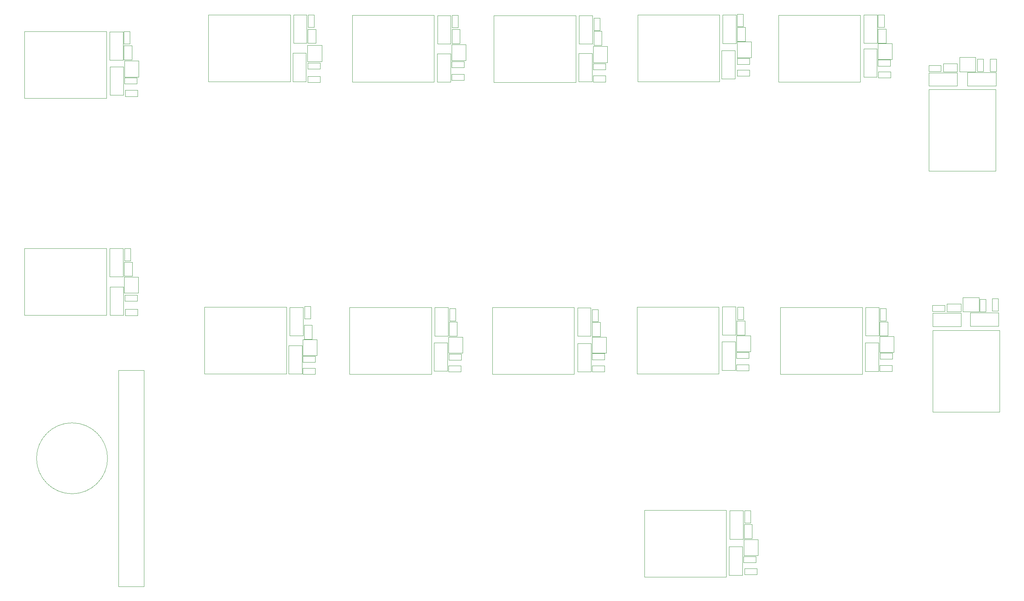
<source format=gbr>
%TF.GenerationSoftware,KiCad,Pcbnew,8.0.5*%
%TF.CreationDate,2025-05-12T12:18:58+05:30*%
%TF.ProjectId,automation,6175746f-6d61-4746-996f-6e2e6b696361,rev?*%
%TF.SameCoordinates,Original*%
%TF.FileFunction,Other,User*%
%FSLAX46Y46*%
G04 Gerber Fmt 4.6, Leading zero omitted, Abs format (unit mm)*
G04 Created by KiCad (PCBNEW 8.0.5) date 2025-05-12 12:18:58*
%MOMM*%
%LPD*%
G01*
G04 APERTURE LIST*
%ADD10C,0.050000*%
G04 APERTURE END LIST*
D10*
%TO.C,R42*%
X395665000Y-227320000D02*
X398625000Y-227320000D01*
X395665000Y-228780000D02*
X395665000Y-227320000D01*
X398625000Y-227320000D02*
X398625000Y-228780000D01*
X398625000Y-228780000D02*
X395665000Y-228780000D01*
%TO.C,BZ1*%
X314000000Y-252300000D02*
G75*
G02*
X297000000Y-252300000I-8500000J0D01*
G01*
X297000000Y-252300000D02*
G75*
G02*
X314000000Y-252300000I8500000J0D01*
G01*
%TO.C,R21*%
X464760000Y-216095000D02*
X466220000Y-216095000D01*
X464760000Y-219055000D02*
X464760000Y-216095000D01*
X466220000Y-216095000D02*
X466220000Y-219055000D01*
X466220000Y-219055000D02*
X464760000Y-219055000D01*
%TO.C,K12*%
X510630000Y-163882500D02*
X526630000Y-163882500D01*
X510630000Y-183482500D02*
X510630000Y-163882500D01*
X526630000Y-163882500D02*
X526630000Y-183482500D01*
X526630000Y-183482500D02*
X510630000Y-183482500D01*
%TO.C,Q7*%
X464720000Y-152462500D02*
X464720000Y-156302500D01*
X464720000Y-156302500D02*
X468120000Y-156302500D01*
X468120000Y-152462500D02*
X464720000Y-152462500D01*
X468120000Y-156302500D02*
X468120000Y-152462500D01*
%TO.C,Q2*%
X361870600Y-153352500D02*
X361870600Y-157192500D01*
X361870600Y-157192500D02*
X365270600Y-157192500D01*
X365270600Y-153352500D02*
X361870600Y-153352500D01*
X365270600Y-157192500D02*
X365270600Y-153352500D01*
%TO.C,D46*%
X498440000Y-149432500D02*
X500340000Y-149432500D01*
X498440000Y-152792500D02*
X498440000Y-149432500D01*
X500340000Y-149432500D02*
X500340000Y-152792500D01*
X500340000Y-152792500D02*
X498440000Y-152792500D01*
%TO.C,D36*%
X426847500Y-146190000D02*
X430047500Y-146190000D01*
X426847500Y-152990000D02*
X426847500Y-146190000D01*
X430047500Y-146190000D02*
X430047500Y-152990000D01*
X430047500Y-152990000D02*
X426847500Y-152990000D01*
%TO.C,K2*%
X338130000Y-146040000D02*
X357730000Y-146040000D01*
X338130000Y-162040000D02*
X338130000Y-146040000D01*
X357730000Y-146040000D02*
X357730000Y-162040000D01*
X357730000Y-162040000D02*
X338130000Y-162040000D01*
%TO.C,R20*%
X396472500Y-146150000D02*
X397932500Y-146150000D01*
X396472500Y-149110000D02*
X396472500Y-146150000D01*
X397932500Y-146150000D02*
X397932500Y-149110000D01*
X397932500Y-149110000D02*
X396472500Y-149110000D01*
%TO.C,D35*%
X498850000Y-219582500D02*
X500750000Y-219582500D01*
X498850000Y-222942500D02*
X498850000Y-219582500D01*
X500750000Y-219582500D02*
X500750000Y-222942500D01*
X500750000Y-222942500D02*
X498850000Y-222942500D01*
%TO.C,D56*%
X510560000Y-159890000D02*
X517360000Y-159890000D01*
X510560000Y-163090000D02*
X510560000Y-159890000D01*
X517360000Y-159890000D02*
X517360000Y-163090000D01*
X517360000Y-163090000D02*
X510560000Y-163090000D01*
%TO.C,K1*%
X406077500Y-216140000D02*
X425677500Y-216140000D01*
X406077500Y-232140000D02*
X406077500Y-216140000D01*
X425677500Y-216140000D02*
X425677500Y-232140000D01*
X425677500Y-232140000D02*
X406077500Y-232140000D01*
%TO.C,D57*%
X519850000Y-159850000D02*
X526650000Y-159850000D01*
X519850000Y-163050000D02*
X519850000Y-159850000D01*
X526650000Y-159850000D02*
X526650000Y-163050000D01*
X526650000Y-163050000D02*
X519850000Y-163050000D01*
%TO.C,C10*%
X318235000Y-216585000D02*
X321195000Y-216585000D01*
X318235000Y-218045000D02*
X318235000Y-216585000D01*
X321195000Y-216585000D02*
X321195000Y-218045000D01*
X321195000Y-218045000D02*
X318235000Y-218045000D01*
%TO.C,D26*%
X358492500Y-146040000D02*
X361692500Y-146040000D01*
X358492500Y-152840000D02*
X358492500Y-146040000D01*
X361692500Y-146040000D02*
X361692500Y-152840000D01*
X361692500Y-152840000D02*
X358492500Y-152840000D01*
%TO.C,D41*%
X461240000Y-146070000D02*
X464440000Y-146070000D01*
X461240000Y-152870000D02*
X461240000Y-146070000D01*
X464440000Y-146070000D02*
X464440000Y-152870000D01*
X464440000Y-152870000D02*
X461240000Y-152870000D01*
%TO.C,Q15*%
X518747500Y-213787500D02*
X518747500Y-217187500D01*
X518747500Y-217187500D02*
X522587500Y-217187500D01*
X522587500Y-213787500D02*
X518747500Y-213787500D01*
X522587500Y-217187500D02*
X522587500Y-213787500D01*
%TO.C,K6*%
X475067500Y-216100000D02*
X494667500Y-216100000D01*
X475067500Y-232100000D02*
X475067500Y-216100000D01*
X494667500Y-216100000D02*
X494667500Y-232100000D01*
X494667500Y-232100000D02*
X475067500Y-232100000D01*
%TO.C,C5*%
X396352500Y-160230000D02*
X399312500Y-160230000D01*
X396352500Y-161690000D02*
X396352500Y-160230000D01*
X399312500Y-160230000D02*
X399312500Y-161690000D01*
X399312500Y-161690000D02*
X396352500Y-161690000D01*
%TO.C,R41*%
X522210000Y-156612500D02*
X523670000Y-156612500D01*
X522210000Y-159572500D02*
X522210000Y-156612500D01*
X523670000Y-156612500D02*
X523670000Y-159572500D01*
X523670000Y-159572500D02*
X522210000Y-159572500D01*
%TO.C,D50*%
X314510000Y-150100000D02*
X317710000Y-150100000D01*
X314510000Y-156900000D02*
X314510000Y-150100000D01*
X317710000Y-150100000D02*
X317710000Y-156900000D01*
X317710000Y-156900000D02*
X314510000Y-156900000D01*
%TO.C,Q5*%
X430250000Y-153602500D02*
X430250000Y-157442500D01*
X430250000Y-157442500D02*
X433650000Y-157442500D01*
X433650000Y-153602500D02*
X430250000Y-153602500D01*
X433650000Y-157442500D02*
X433650000Y-153602500D01*
%TO.C,C3*%
X429970000Y-230100000D02*
X432930000Y-230100000D01*
X429970000Y-231560000D02*
X429970000Y-230100000D01*
X432930000Y-230100000D02*
X432930000Y-231560000D01*
X432930000Y-231560000D02*
X429970000Y-231560000D01*
%TO.C,R30*%
X498870000Y-216425000D02*
X500330000Y-216425000D01*
X498870000Y-219385000D02*
X498870000Y-216425000D01*
X500330000Y-216425000D02*
X500330000Y-219385000D01*
X500330000Y-219385000D02*
X498870000Y-219385000D01*
%TO.C,R15*%
X396372500Y-157230000D02*
X399332500Y-157230000D01*
X396372500Y-158690000D02*
X396372500Y-157230000D01*
X399332500Y-157230000D02*
X399332500Y-158690000D01*
X399332500Y-158690000D02*
X396372500Y-158690000D01*
%TO.C,Q3*%
X396372500Y-153110000D02*
X396372500Y-156950000D01*
X396372500Y-156950000D02*
X399772500Y-156950000D01*
X399772500Y-153110000D02*
X396372500Y-153110000D01*
X399772500Y-156950000D02*
X399772500Y-153110000D01*
%TO.C,D45*%
X314570000Y-211185000D02*
X317770000Y-211185000D01*
X314570000Y-217985000D02*
X314570000Y-211185000D01*
X317770000Y-211185000D02*
X317770000Y-217985000D01*
X317770000Y-217985000D02*
X314570000Y-217985000D01*
%TO.C,D44*%
X314500000Y-201965000D02*
X317700000Y-201965000D01*
X314500000Y-208765000D02*
X314500000Y-201965000D01*
X317700000Y-201965000D02*
X317700000Y-208765000D01*
X317700000Y-208765000D02*
X314500000Y-208765000D01*
%TO.C,K4*%
X440720000Y-216070000D02*
X460320000Y-216070000D01*
X440720000Y-232070000D02*
X440720000Y-216070000D01*
X460320000Y-216070000D02*
X460320000Y-232070000D01*
X460320000Y-232070000D02*
X440720000Y-232070000D01*
%TO.C,D48*%
X494982500Y-154120000D02*
X498182500Y-154120000D01*
X494982500Y-160920000D02*
X494982500Y-154120000D01*
X498182500Y-154120000D02*
X498182500Y-160920000D01*
X498182500Y-160920000D02*
X494982500Y-160920000D01*
%TO.C,Q10*%
X318040000Y-157067500D02*
X318040000Y-160907500D01*
X318040000Y-160907500D02*
X321440000Y-160907500D01*
X321440000Y-157067500D02*
X318040000Y-157067500D01*
X321440000Y-160907500D02*
X321440000Y-157067500D01*
%TO.C,K15*%
X511490000Y-221630000D02*
X527490000Y-221630000D01*
X511490000Y-241230000D02*
X511490000Y-221630000D01*
X527490000Y-221630000D02*
X527490000Y-241230000D01*
X527490000Y-241230000D02*
X511490000Y-241230000D01*
%TO.C,K10*%
X294140000Y-150040000D02*
X313740000Y-150040000D01*
X294140000Y-166040000D02*
X294140000Y-150040000D01*
X313740000Y-150040000D02*
X313740000Y-166040000D01*
X313740000Y-166040000D02*
X294140000Y-166040000D01*
%TO.C,C7*%
X430230000Y-160630000D02*
X433190000Y-160630000D01*
X430230000Y-162090000D02*
X430230000Y-160630000D01*
X433190000Y-160630000D02*
X433190000Y-162090000D01*
X433190000Y-162090000D02*
X430230000Y-162090000D01*
%TO.C,R10*%
X430000000Y-216605000D02*
X431460000Y-216605000D01*
X430000000Y-219565000D02*
X430000000Y-216605000D01*
X431460000Y-216605000D02*
X431460000Y-219565000D01*
X431460000Y-219565000D02*
X430000000Y-219565000D01*
%TO.C,C15*%
X395605000Y-230100000D02*
X398565000Y-230100000D01*
X395605000Y-231560000D02*
X395605000Y-230100000D01*
X398565000Y-230100000D02*
X398565000Y-231560000D01*
X398565000Y-231560000D02*
X395605000Y-231560000D01*
%TO.C,R38*%
X360755000Y-227820000D02*
X363715000Y-227820000D01*
X360755000Y-229280000D02*
X360755000Y-227820000D01*
X363715000Y-227820000D02*
X363715000Y-229280000D01*
X363715000Y-229280000D02*
X360755000Y-229280000D01*
%TO.C,D52*%
X361030000Y-220370000D02*
X362930000Y-220370000D01*
X361030000Y-223730000D02*
X361030000Y-220370000D01*
X362930000Y-220370000D02*
X362930000Y-223730000D01*
X362930000Y-223730000D02*
X361030000Y-223730000D01*
%TO.C,D63*%
X462780000Y-273472500D02*
X465980000Y-273472500D01*
X462780000Y-280272500D02*
X462780000Y-273472500D01*
X465980000Y-273472500D02*
X465980000Y-280272500D01*
X465980000Y-280272500D02*
X462780000Y-280272500D01*
%TO.C,Q13*%
X395640000Y-223222500D02*
X395640000Y-227062500D01*
X395640000Y-227062500D02*
X399040000Y-227062500D01*
X399040000Y-223222500D02*
X395640000Y-223222500D01*
X399040000Y-227062500D02*
X399040000Y-223222500D01*
%TO.C,D38*%
X495427500Y-216120000D02*
X498627500Y-216120000D01*
X495427500Y-222920000D02*
X495427500Y-216120000D01*
X498627500Y-216120000D02*
X498627500Y-222920000D01*
X498627500Y-222920000D02*
X495427500Y-222920000D01*
%TO.C,R43*%
X510550000Y-158120000D02*
X513510000Y-158120000D01*
X510550000Y-159580000D02*
X510550000Y-158120000D01*
X513510000Y-158120000D02*
X513510000Y-159580000D01*
X513510000Y-159580000D02*
X510550000Y-159580000D01*
%TO.C,D40*%
X464740000Y-148992500D02*
X466640000Y-148992500D01*
X464740000Y-152352500D02*
X464740000Y-148992500D01*
X466640000Y-148992500D02*
X466640000Y-152352500D01*
X466640000Y-152352500D02*
X464740000Y-152352500D01*
%TO.C,R35*%
X498435000Y-156820000D02*
X501395000Y-156820000D01*
X498435000Y-158280000D02*
X498435000Y-156820000D01*
X501395000Y-156820000D02*
X501395000Y-158280000D01*
X501395000Y-158280000D02*
X498435000Y-158280000D01*
%TO.C,D61*%
X466360000Y-268130000D02*
X468260000Y-268130000D01*
X466360000Y-271490000D02*
X466360000Y-268130000D01*
X468260000Y-268130000D02*
X468260000Y-271490000D01*
X468260000Y-271490000D02*
X466360000Y-271490000D01*
%TO.C,K13*%
X371947500Y-216140000D02*
X391547500Y-216140000D01*
X371947500Y-232140000D02*
X371947500Y-216140000D01*
X391547500Y-216140000D02*
X391547500Y-232140000D01*
X391547500Y-232140000D02*
X371947500Y-232140000D01*
%TO.C,D24*%
X426487500Y-216190000D02*
X429687500Y-216190000D01*
X426487500Y-222990000D02*
X426487500Y-216190000D01*
X429687500Y-216190000D02*
X429687500Y-222990000D01*
X429687500Y-222990000D02*
X426487500Y-222990000D01*
%TO.C,D33*%
X461080000Y-224390000D02*
X464280000Y-224390000D01*
X461080000Y-231190000D02*
X461080000Y-224390000D01*
X464280000Y-224390000D02*
X464280000Y-231190000D01*
X464280000Y-231190000D02*
X461080000Y-231190000D01*
%TO.C,R40*%
X361160000Y-215925000D02*
X362620000Y-215925000D01*
X361160000Y-218885000D02*
X361160000Y-215925000D01*
X362620000Y-215925000D02*
X362620000Y-218885000D01*
X362620000Y-218885000D02*
X361160000Y-218885000D01*
%TO.C,D27*%
X358330600Y-155200000D02*
X361530600Y-155200000D01*
X358330600Y-162000000D02*
X358330600Y-155200000D01*
X361530600Y-155200000D02*
X361530600Y-162000000D01*
X361530600Y-162000000D02*
X358330600Y-162000000D01*
%TO.C,D60*%
X392147500Y-224610000D02*
X395347500Y-224610000D01*
X392147500Y-231410000D02*
X392147500Y-224610000D01*
X395347500Y-224610000D02*
X395347500Y-231410000D01*
X395347500Y-231410000D02*
X392147500Y-231410000D01*
%TO.C,C16*%
X466465000Y-278722500D02*
X469425000Y-278722500D01*
X466465000Y-280182500D02*
X466465000Y-278722500D01*
X469425000Y-278722500D02*
X469425000Y-280182500D01*
X469425000Y-280182500D02*
X466465000Y-280182500D01*
%TO.C,C8*%
X498845000Y-230000000D02*
X501805000Y-230000000D01*
X498845000Y-231460000D02*
X498845000Y-230000000D01*
X501805000Y-230000000D02*
X501805000Y-231460000D01*
X501805000Y-231460000D02*
X498845000Y-231460000D01*
%TO.C,K8*%
X294117500Y-202005000D02*
X313717500Y-202005000D01*
X294117500Y-218005000D02*
X294117500Y-202005000D01*
X313717500Y-202005000D02*
X313717500Y-218005000D01*
X313717500Y-218005000D02*
X294117500Y-218005000D01*
%TO.C,R32*%
X464700000Y-145895000D02*
X466160000Y-145895000D01*
X464700000Y-148855000D02*
X464700000Y-145895000D01*
X466160000Y-145895000D02*
X466160000Y-148855000D01*
X466160000Y-148855000D02*
X464700000Y-148855000D01*
%TO.C,Q14*%
X466280000Y-271730000D02*
X466280000Y-275570000D01*
X466280000Y-275570000D02*
X469680000Y-275570000D01*
X469680000Y-271730000D02*
X466280000Y-271730000D01*
X469680000Y-275570000D02*
X469680000Y-271730000D01*
%TO.C,R26*%
X430260000Y-157680000D02*
X433220000Y-157680000D01*
X430260000Y-159140000D02*
X430260000Y-157680000D01*
X433220000Y-157680000D02*
X433220000Y-159140000D01*
X433220000Y-159140000D02*
X430260000Y-159140000D01*
%TO.C,D32*%
X461160000Y-215950000D02*
X464360000Y-215950000D01*
X461160000Y-222750000D02*
X461160000Y-215950000D01*
X464360000Y-215950000D02*
X464360000Y-222750000D01*
X464360000Y-222750000D02*
X461160000Y-222750000D01*
%TO.C,Q9*%
X498420000Y-152872500D02*
X498420000Y-156712500D01*
X498420000Y-156712500D02*
X501820000Y-156712500D01*
X501820000Y-152872500D02*
X498420000Y-152872500D01*
X501820000Y-156712500D02*
X501820000Y-152872500D01*
%TO.C,D42*%
X461000000Y-154600000D02*
X464200000Y-154600000D01*
X461000000Y-161400000D02*
X461000000Y-154600000D01*
X464200000Y-154600000D02*
X464200000Y-161400000D01*
X464200000Y-161400000D02*
X461000000Y-161400000D01*
%TO.C,D30*%
X392952500Y-146192500D02*
X396152500Y-146192500D01*
X392952500Y-152992500D02*
X392952500Y-146192500D01*
X396152500Y-146192500D02*
X396152500Y-152992500D01*
X396152500Y-152992500D02*
X392952500Y-152992500D01*
%TO.C,D34*%
X430410000Y-149922500D02*
X432310000Y-149922500D01*
X430410000Y-153282500D02*
X430410000Y-149922500D01*
X432310000Y-149922500D02*
X432310000Y-153282500D01*
X432310000Y-153282500D02*
X430410000Y-153282500D01*
%TO.C,R33*%
X318105000Y-213165000D02*
X321065000Y-213165000D01*
X318105000Y-214625000D02*
X318105000Y-213165000D01*
X321065000Y-213165000D02*
X321065000Y-214625000D01*
X321065000Y-214625000D02*
X318105000Y-214625000D01*
%TO.C,K11*%
X337227500Y-216090000D02*
X356827500Y-216090000D01*
X337227500Y-232090000D02*
X337227500Y-216090000D01*
X356827500Y-216090000D02*
X356827500Y-232090000D01*
X356827500Y-232090000D02*
X337227500Y-232090000D01*
%TO.C,R45*%
X466255000Y-275832500D02*
X469215000Y-275832500D01*
X466255000Y-277292500D02*
X466255000Y-275832500D01*
X469215000Y-275832500D02*
X469215000Y-277292500D01*
X469215000Y-277292500D02*
X466255000Y-277292500D01*
%TO.C,R29*%
X430410000Y-146765000D02*
X431870000Y-146765000D01*
X430410000Y-149725000D02*
X430410000Y-146765000D01*
X431870000Y-146765000D02*
X431870000Y-149725000D01*
X431870000Y-149725000D02*
X430410000Y-149725000D01*
%TO.C,D53*%
X357627500Y-216132500D02*
X360827500Y-216132500D01*
X357627500Y-222932500D02*
X357627500Y-216132500D01*
X360827500Y-216132500D02*
X360827500Y-222932500D01*
X360827500Y-222932500D02*
X357627500Y-222932500D01*
%TO.C,D51*%
X314580000Y-158460000D02*
X317780000Y-158460000D01*
X314580000Y-165260000D02*
X314580000Y-158460000D01*
X317780000Y-158460000D02*
X317780000Y-165260000D01*
X317780000Y-165260000D02*
X314580000Y-165260000D01*
%TO.C,D54*%
X357367500Y-225282500D02*
X360567500Y-225282500D01*
X357367500Y-232082500D02*
X357367500Y-225282500D01*
X360567500Y-225282500D02*
X360567500Y-232082500D01*
X360567500Y-232082500D02*
X357367500Y-232082500D01*
%TO.C,D43*%
X317990000Y-205265000D02*
X319890000Y-205265000D01*
X317990000Y-208625000D02*
X317990000Y-205265000D01*
X319890000Y-205265000D02*
X319890000Y-208625000D01*
X319890000Y-208625000D02*
X317990000Y-208625000D01*
%TO.C,D23*%
X361942500Y-149480000D02*
X363842500Y-149480000D01*
X361942500Y-152840000D02*
X361942500Y-149480000D01*
X363842500Y-149480000D02*
X363842500Y-152840000D01*
X363842500Y-152840000D02*
X361942500Y-152840000D01*
%TO.C,Q1*%
X429950000Y-223232500D02*
X429950000Y-227072500D01*
X429950000Y-227072500D02*
X433350000Y-227072500D01*
X433350000Y-223232500D02*
X429950000Y-223232500D01*
X433350000Y-227072500D02*
X433350000Y-223232500D01*
%TO.C,J11*%
X316640000Y-231240000D02*
X322740000Y-231240000D01*
X316640000Y-283040000D02*
X316640000Y-231240000D01*
X322740000Y-231240000D02*
X322740000Y-283040000D01*
X322740000Y-283040000D02*
X316640000Y-283040000D01*
%TO.C,R34*%
X318030000Y-201960000D02*
X319490000Y-201960000D01*
X318030000Y-204920000D02*
X318030000Y-201960000D01*
X319490000Y-201960000D02*
X319490000Y-204920000D01*
X319490000Y-204920000D02*
X318030000Y-204920000D01*
%TO.C,D49*%
X317920000Y-153430000D02*
X319820000Y-153430000D01*
X317920000Y-156790000D02*
X317920000Y-153430000D01*
X319820000Y-153430000D02*
X319820000Y-156790000D01*
X319820000Y-156790000D02*
X317920000Y-156790000D01*
%TO.C,D39*%
X495387500Y-224620000D02*
X498587500Y-224620000D01*
X495387500Y-231420000D02*
X495387500Y-224620000D01*
X498587500Y-224620000D02*
X498587500Y-231420000D01*
X498587500Y-231420000D02*
X495387500Y-231420000D01*
%TO.C,R37*%
X318040000Y-161120000D02*
X321000000Y-161120000D01*
X318040000Y-162580000D02*
X318040000Y-161120000D01*
X321000000Y-161120000D02*
X321000000Y-162580000D01*
X321000000Y-162580000D02*
X318040000Y-162580000D01*
%TO.C,D22*%
X430000000Y-219722500D02*
X431900000Y-219722500D01*
X430000000Y-223082500D02*
X430000000Y-219722500D01*
X431900000Y-219722500D02*
X431900000Y-223082500D01*
X431900000Y-223082500D02*
X430000000Y-223082500D01*
%TO.C,R47*%
X522780000Y-214202500D02*
X524240000Y-214202500D01*
X522780000Y-217162500D02*
X522780000Y-214202500D01*
X524240000Y-214202500D02*
X524240000Y-217162500D01*
X524240000Y-217162500D02*
X522780000Y-217162500D01*
%TO.C,R39*%
X317900000Y-150055000D02*
X319360000Y-150055000D01*
X317900000Y-153015000D02*
X317900000Y-150055000D01*
X319360000Y-150055000D02*
X319360000Y-153015000D01*
X319360000Y-153015000D02*
X317900000Y-153015000D01*
%TO.C,C12*%
X318200000Y-164090000D02*
X321160000Y-164090000D01*
X318200000Y-165550000D02*
X318200000Y-164090000D01*
X321160000Y-164090000D02*
X321160000Y-165550000D01*
X321160000Y-165550000D02*
X318200000Y-165550000D01*
%TO.C,C6*%
X464520000Y-229840000D02*
X467480000Y-229840000D01*
X464520000Y-231300000D02*
X464520000Y-229840000D01*
X467480000Y-229840000D02*
X467480000Y-231300000D01*
X467480000Y-231300000D02*
X464520000Y-231300000D01*
%TO.C,D25*%
X426517500Y-224750000D02*
X429717500Y-224750000D01*
X426517500Y-231550000D02*
X426517500Y-224750000D01*
X429717500Y-224750000D02*
X429717500Y-231550000D01*
X429717500Y-231550000D02*
X426517500Y-231550000D01*
%TO.C,Q12*%
X517967500Y-156222500D02*
X517967500Y-159622500D01*
X517967500Y-159622500D02*
X521807500Y-159622500D01*
X521807500Y-156222500D02*
X517967500Y-156222500D01*
X521807500Y-159622500D02*
X521807500Y-156222500D01*
%TO.C,Q11*%
X360750000Y-223822500D02*
X360750000Y-227662500D01*
X360750000Y-227662500D02*
X364150000Y-227662500D01*
X364150000Y-223822500D02*
X360750000Y-223822500D01*
X364150000Y-227662500D02*
X364150000Y-223822500D01*
%TO.C,K14*%
X442507500Y-264762500D02*
X462107500Y-264762500D01*
X442507500Y-280762500D02*
X442507500Y-264762500D01*
X462107500Y-264762500D02*
X462107500Y-280762500D01*
X462107500Y-280762500D02*
X442507500Y-280762500D01*
%TO.C,R31*%
X464725000Y-156440000D02*
X467685000Y-156440000D01*
X464725000Y-157900000D02*
X464725000Y-156440000D01*
X467685000Y-156440000D02*
X467685000Y-157900000D01*
X467685000Y-157900000D02*
X464725000Y-157900000D01*
%TO.C,C14*%
X525270000Y-156582500D02*
X526730000Y-156582500D01*
X525270000Y-159542500D02*
X525270000Y-156582500D01*
X526730000Y-156582500D02*
X526730000Y-159542500D01*
X526730000Y-159542500D02*
X525270000Y-159542500D01*
%TO.C,K5*%
X406487500Y-146170000D02*
X426087500Y-146170000D01*
X406487500Y-162170000D02*
X406487500Y-146170000D01*
X426087500Y-146170000D02*
X426087500Y-162170000D01*
X426087500Y-162170000D02*
X406487500Y-162170000D01*
%TO.C,D55*%
X514040000Y-157722500D02*
X517400000Y-157722500D01*
X514040000Y-159622500D02*
X514040000Y-157722500D01*
X517400000Y-157722500D02*
X517400000Y-159622500D01*
X517400000Y-159622500D02*
X514040000Y-159622500D01*
%TO.C,C11*%
X498475000Y-159640000D02*
X501435000Y-159640000D01*
X498475000Y-161100000D02*
X498475000Y-159640000D01*
X501435000Y-159640000D02*
X501435000Y-161100000D01*
X501435000Y-161100000D02*
X498475000Y-161100000D01*
%TO.C,Q6*%
X498840000Y-223052500D02*
X498840000Y-226892500D01*
X498840000Y-226892500D02*
X502240000Y-226892500D01*
X502240000Y-223052500D02*
X498840000Y-223052500D01*
X502240000Y-226892500D02*
X502240000Y-223052500D01*
%TO.C,R36*%
X498430000Y-146065000D02*
X499890000Y-146065000D01*
X498430000Y-149025000D02*
X498430000Y-146065000D01*
X499890000Y-146065000D02*
X499890000Y-149025000D01*
X499890000Y-149025000D02*
X498430000Y-149025000D01*
%TO.C,C9*%
X464665000Y-159250000D02*
X467625000Y-159250000D01*
X464665000Y-160710000D02*
X464665000Y-159250000D01*
X467625000Y-159250000D02*
X467625000Y-160710000D01*
X467625000Y-160710000D02*
X464665000Y-160710000D01*
%TO.C,K3*%
X372550000Y-146150000D02*
X392150000Y-146150000D01*
X372550000Y-162150000D02*
X372550000Y-146150000D01*
X392150000Y-146150000D02*
X392150000Y-162150000D01*
X392150000Y-162150000D02*
X372550000Y-162150000D01*
%TO.C,D28*%
X396442500Y-149530000D02*
X398342500Y-149530000D01*
X396442500Y-152890000D02*
X396442500Y-149530000D01*
X398342500Y-149530000D02*
X398342500Y-152890000D01*
X398342500Y-152890000D02*
X396442500Y-152890000D01*
%TO.C,Q4*%
X464530000Y-222872500D02*
X464530000Y-226712500D01*
X464530000Y-226712500D02*
X467930000Y-226712500D01*
X467930000Y-222872500D02*
X464530000Y-222872500D01*
X467930000Y-226712500D02*
X467930000Y-222872500D01*
%TO.C,D29*%
X464630000Y-219352500D02*
X466530000Y-219352500D01*
X464630000Y-222712500D02*
X464630000Y-219352500D01*
X466530000Y-219352500D02*
X466530000Y-222712500D01*
X466530000Y-222712500D02*
X464630000Y-222712500D01*
%TO.C,R44*%
X395830000Y-216405000D02*
X397290000Y-216405000D01*
X395830000Y-219365000D02*
X395830000Y-216405000D01*
X397290000Y-216405000D02*
X397290000Y-219365000D01*
X397290000Y-219365000D02*
X395830000Y-219365000D01*
%TO.C,D65*%
X511490000Y-217507500D02*
X518290000Y-217507500D01*
X511490000Y-220707500D02*
X511490000Y-217507500D01*
X518290000Y-217507500D02*
X518290000Y-220707500D01*
X518290000Y-220707500D02*
X511490000Y-220707500D01*
%TO.C,R46*%
X466450000Y-264807500D02*
X467910000Y-264807500D01*
X466450000Y-267767500D02*
X466450000Y-264807500D01*
X467910000Y-264807500D02*
X467910000Y-267767500D01*
X467910000Y-267767500D02*
X466450000Y-267767500D01*
%TO.C,D58*%
X395780000Y-219602500D02*
X397680000Y-219602500D01*
X395780000Y-222962500D02*
X395780000Y-219602500D01*
X397680000Y-219602500D02*
X397680000Y-222962500D01*
X397680000Y-222962500D02*
X395780000Y-222962500D01*
%TO.C,K9*%
X474600000Y-146100000D02*
X494200000Y-146100000D01*
X474600000Y-162100000D02*
X474600000Y-146100000D01*
X494200000Y-146100000D02*
X494200000Y-162100000D01*
X494200000Y-162100000D02*
X474600000Y-162100000D01*
%TO.C,R16*%
X464560000Y-226860000D02*
X467520000Y-226860000D01*
X464560000Y-228320000D02*
X464560000Y-226860000D01*
X467520000Y-226860000D02*
X467520000Y-228320000D01*
X467520000Y-228320000D02*
X464560000Y-228320000D01*
%TO.C,R11*%
X361982500Y-146030000D02*
X363442500Y-146030000D01*
X361982500Y-148990000D02*
X361982500Y-146030000D01*
X363442500Y-146030000D02*
X363442500Y-148990000D01*
X363442500Y-148990000D02*
X361982500Y-148990000D01*
%TO.C,Q8*%
X317940000Y-208842500D02*
X317940000Y-212682500D01*
X317940000Y-212682500D02*
X321340000Y-212682500D01*
X321340000Y-208842500D02*
X317940000Y-208842500D01*
X321340000Y-212682500D02*
X321340000Y-208842500D01*
%TO.C,D62*%
X462900000Y-264842500D02*
X466100000Y-264842500D01*
X462900000Y-271642500D02*
X462900000Y-264842500D01*
X466100000Y-264842500D02*
X466100000Y-271642500D01*
X466100000Y-271642500D02*
X462900000Y-271642500D01*
%TO.C,D59*%
X392337500Y-216160000D02*
X395537500Y-216160000D01*
X392337500Y-222960000D02*
X392337500Y-216160000D01*
X395537500Y-216160000D02*
X395537500Y-222960000D01*
X395537500Y-222960000D02*
X392337500Y-222960000D01*
%TO.C,K7*%
X440870000Y-146040000D02*
X460470000Y-146040000D01*
X440870000Y-162040000D02*
X440870000Y-146040000D01*
X460470000Y-146040000D02*
X460470000Y-162040000D01*
X460470000Y-162040000D02*
X440870000Y-162040000D01*
%TO.C,R48*%
X511440000Y-215607500D02*
X514400000Y-215607500D01*
X511440000Y-217067500D02*
X511440000Y-215607500D01*
X514400000Y-215607500D02*
X514400000Y-217067500D01*
X514400000Y-217067500D02*
X511440000Y-217067500D01*
%TO.C,R27*%
X498905000Y-227060000D02*
X501865000Y-227060000D01*
X498905000Y-228520000D02*
X498905000Y-227060000D01*
X501865000Y-227060000D02*
X501865000Y-228520000D01*
X501865000Y-228520000D02*
X498905000Y-228520000D01*
%TO.C,R5*%
X361910600Y-160730000D02*
X364870600Y-160730000D01*
X361910600Y-162190000D02*
X361910600Y-160730000D01*
X364870600Y-160730000D02*
X364870600Y-162190000D01*
X364870600Y-162190000D02*
X361910600Y-162190000D01*
%TO.C,C13*%
X360735000Y-230660000D02*
X363695000Y-230660000D01*
X360735000Y-232120000D02*
X360735000Y-230660000D01*
X363695000Y-230660000D02*
X363695000Y-232120000D01*
X363695000Y-232120000D02*
X360735000Y-232120000D01*
%TO.C,D37*%
X426797500Y-155230000D02*
X429997500Y-155230000D01*
X426797500Y-162030000D02*
X426797500Y-155230000D01*
X429997500Y-155230000D02*
X429997500Y-162030000D01*
X429997500Y-162030000D02*
X426797500Y-162030000D01*
%TO.C,C17*%
X525760000Y-214062500D02*
X527220000Y-214062500D01*
X525760000Y-217022500D02*
X525760000Y-214062500D01*
X527220000Y-214062500D02*
X527220000Y-217022500D01*
X527220000Y-217022500D02*
X525760000Y-217022500D01*
%TO.C,D66*%
X520507500Y-217427500D02*
X527307500Y-217427500D01*
X520507500Y-220627500D02*
X520507500Y-217427500D01*
X527307500Y-217427500D02*
X527307500Y-220627500D01*
X527307500Y-220627500D02*
X520507500Y-220627500D01*
%TO.C,D64*%
X514950000Y-215267500D02*
X518310000Y-215267500D01*
X514950000Y-217167500D02*
X514950000Y-215267500D01*
X518310000Y-215267500D02*
X518310000Y-217167500D01*
X518310000Y-217167500D02*
X514950000Y-217167500D01*
%TO.C,R4*%
X430005000Y-227180000D02*
X432965000Y-227180000D01*
X430005000Y-228640000D02*
X430005000Y-227180000D01*
X432965000Y-227180000D02*
X432965000Y-228640000D01*
X432965000Y-228640000D02*
X430005000Y-228640000D01*
%TO.C,D31*%
X392912500Y-155310000D02*
X396112500Y-155310000D01*
X392912500Y-162110000D02*
X392912500Y-155310000D01*
X396112500Y-155310000D02*
X396112500Y-162110000D01*
X396112500Y-162110000D02*
X392912500Y-162110000D01*
%TO.C,C4*%
X361950600Y-157520000D02*
X364910600Y-157520000D01*
X361950600Y-158980000D02*
X361950600Y-157520000D01*
X364910600Y-157520000D02*
X364910600Y-158980000D01*
X364910600Y-158980000D02*
X361950600Y-158980000D01*
%TO.C,D47*%
X495022500Y-146030000D02*
X498222500Y-146030000D01*
X495022500Y-152830000D02*
X495022500Y-146030000D01*
X498222500Y-146030000D02*
X498222500Y-152830000D01*
X498222500Y-152830000D02*
X495022500Y-152830000D01*
%TD*%
M02*

</source>
